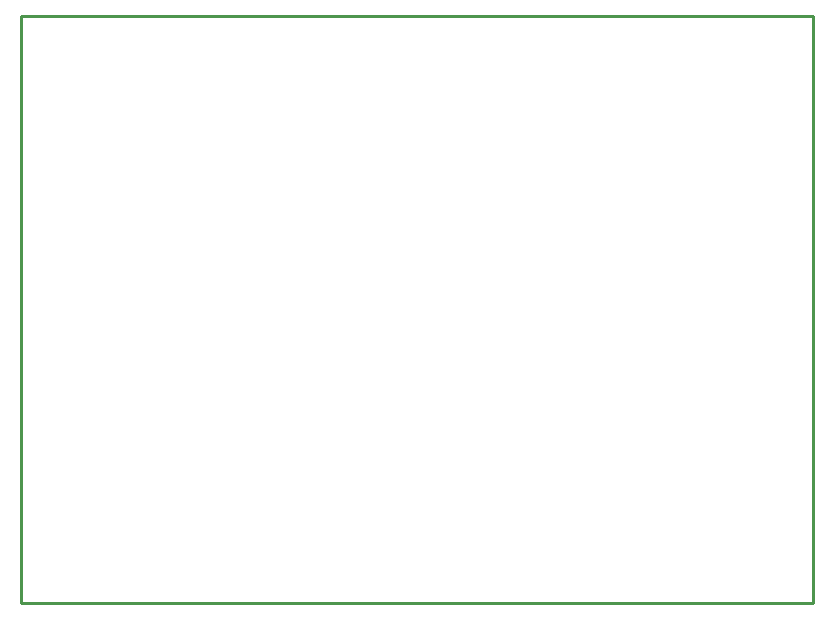
<source format=gm1>
G04*
G04 #@! TF.GenerationSoftware,Altium Limited,Altium Designer,19.1.5 (86)*
G04*
G04 Layer_Color=16711935*
%FSLAX25Y25*%
%MOIN*%
G70*
G01*
G75*
%ADD13C,0.01000*%
D13*
X35000Y253000D02*
X299000D01*
Y57500D02*
Y253000D01*
X35000Y57500D02*
X299000D01*
X35000D02*
Y253000D01*
X299000D01*
Y57500D02*
Y253000D01*
X35000Y57500D02*
X299000D01*
X35000D02*
Y253000D01*
M02*

</source>
